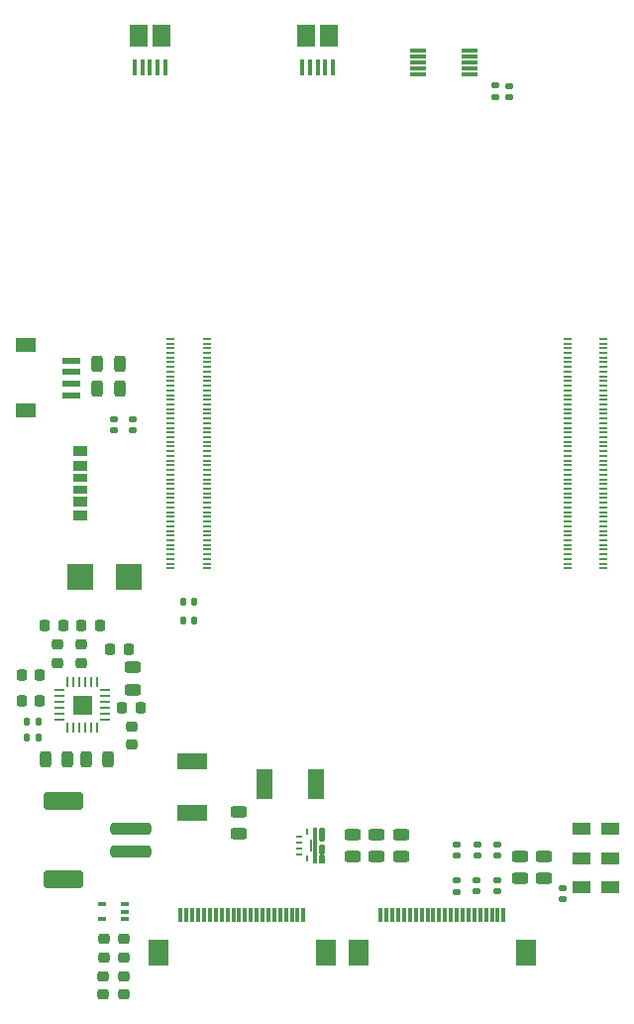
<source format=gbr>
%TF.GenerationSoftware,KiCad,Pcbnew,(5.99.0-10362-gce3a84f579)*%
%TF.CreationDate,2021-05-11T09:50:07-04:00*%
%TF.ProjectId,rpi-cm4-carrier,7270692d-636d-4342-9d63-617272696572,v01*%
%TF.SameCoordinates,Original*%
%TF.FileFunction,Paste,Top*%
%TF.FilePolarity,Positive*%
%FSLAX46Y46*%
G04 Gerber Fmt 4.6, Leading zero omitted, Abs format (unit mm)*
G04 Created by KiCad (PCBNEW (5.99.0-10362-gce3a84f579)) date 2021-05-11 09:50:07*
%MOMM*%
%LPD*%
G01*
G04 APERTURE LIST*
G04 Aperture macros list*
%AMRoundRect*
0 Rectangle with rounded corners*
0 $1 Rounding radius*
0 $2 $3 $4 $5 $6 $7 $8 $9 X,Y pos of 4 corners*
0 Add a 4 corners polygon primitive as box body*
4,1,4,$2,$3,$4,$5,$6,$7,$8,$9,$2,$3,0*
0 Add four circle primitives for the rounded corners*
1,1,$1+$1,$2,$3*
1,1,$1+$1,$4,$5*
1,1,$1+$1,$6,$7*
1,1,$1+$1,$8,$9*
0 Add four rect primitives between the rounded corners*
20,1,$1+$1,$2,$3,$4,$5,0*
20,1,$1+$1,$4,$5,$6,$7,0*
20,1,$1+$1,$6,$7,$8,$9,0*
20,1,$1+$1,$8,$9,$2,$3,0*%
G04 Aperture macros list end*
%ADD10C,0.010000*%
%ADD11C,0.152400*%
%ADD12RoundRect,0.147500X-0.172500X0.147500X-0.172500X-0.147500X0.172500X-0.147500X0.172500X0.147500X0*%
%ADD13RoundRect,0.147500X0.172500X-0.147500X0.172500X0.147500X-0.172500X0.147500X-0.172500X-0.147500X0*%
%ADD14RoundRect,0.147500X-0.147500X-0.172500X0.147500X-0.172500X0.147500X0.172500X-0.147500X0.172500X0*%
%ADD15R,0.260000X0.890000*%
%ADD16R,0.890000X0.260000*%
%ADD17RoundRect,0.243750X0.456250X-0.243750X0.456250X0.243750X-0.456250X0.243750X-0.456250X-0.243750X0*%
%ADD18R,0.300000X1.300000*%
%ADD19R,1.800000X2.200000*%
%ADD20RoundRect,0.218750X0.256250X-0.218750X0.256250X0.218750X-0.256250X0.218750X-0.256250X-0.218750X0*%
%ADD21R,0.400000X1.350000*%
%ADD22R,1.500000X1.900000*%
%ADD23R,1.550000X0.600000*%
%ADD24R,1.800000X1.200000*%
%ADD25R,2.500000X1.400000*%
%ADD26RoundRect,0.243750X-0.456250X0.243750X-0.456250X-0.243750X0.456250X-0.243750X0.456250X0.243750X0*%
%ADD27R,1.600000X1.000000*%
%ADD28R,2.209800X2.260600*%
%ADD29R,0.700000X0.200000*%
%ADD30RoundRect,0.243750X-0.243750X-0.456250X0.243750X-0.456250X0.243750X0.456250X-0.243750X0.456250X0*%
%ADD31RoundRect,0.218750X-0.218750X-0.256250X0.218750X-0.256250X0.218750X0.256250X-0.218750X0.256250X0*%
%ADD32RoundRect,0.218750X-0.256250X0.218750X-0.256250X-0.218750X0.256250X-0.218750X0.256250X0.218750X0*%
%ADD33R,1.400000X2.500000*%
%ADD34R,1.400000X0.300000*%
%ADD35RoundRect,0.243750X0.243750X0.456250X-0.243750X0.456250X-0.243750X-0.456250X0.243750X-0.456250X0*%
%ADD36R,0.650000X0.400000*%
%ADD37RoundRect,0.218750X0.218750X0.256250X-0.218750X0.256250X-0.218750X-0.256250X0.218750X-0.256250X0*%
%ADD38R,1.143000X0.889000*%
%ADD39R,1.143000X0.812800*%
%ADD40R,1.143000X0.711200*%
%ADD41R,0.439999X1.240000*%
%ADD42R,0.439999X3.039999*%
%ADD43R,0.249999X0.599999*%
%ADD44R,0.599999X0.249999*%
%ADD45R,0.439999X1.589999*%
%ADD46RoundRect,0.250000X-1.500000X0.250000X-1.500000X-0.250000X1.500000X-0.250000X1.500000X0.250000X0*%
%ADD47RoundRect,0.250001X-1.449999X0.499999X-1.449999X-0.499999X1.449999X-0.499999X1.449999X0.499999X0*%
%ADD48RoundRect,0.147500X0.147500X0.172500X-0.147500X0.172500X-0.147500X-0.172500X0.147500X-0.172500X0*%
G04 APERTURE END LIST*
D10*
%TO.C,U5*%
X116895000Y-108772000D02*
X116895000Y-110312000D01*
X116895000Y-110312000D02*
X115355000Y-110312000D01*
X115355000Y-110312000D02*
X115355000Y-108772000D01*
X115355000Y-108772000D02*
X116895000Y-108772000D01*
G36*
X116895000Y-110312000D02*
G01*
X115355000Y-110312000D01*
X115355000Y-108772000D01*
X116895000Y-108772000D01*
X116895000Y-110312000D01*
G37*
X116895000Y-110312000D02*
X115355000Y-110312000D01*
X115355000Y-108772000D01*
X116895000Y-108772000D01*
X116895000Y-110312000D01*
D11*
%TO.C,U4*%
X136778001Y-121525000D02*
X136478001Y-121525000D01*
X136778001Y-122174999D02*
X136778001Y-121525000D01*
X136777998Y-122975000D02*
X136777998Y-122375001D01*
X136478001Y-122174999D02*
X136778001Y-122174999D01*
X136478001Y-121024998D02*
X136778001Y-121024998D01*
X136777998Y-122375001D02*
X136477999Y-122375001D01*
X135728000Y-121037000D02*
X135728000Y-122011999D01*
X136477999Y-122375001D02*
X136477999Y-122975000D01*
X136477999Y-122975000D02*
X136777998Y-122975000D01*
X136478001Y-121525000D02*
X136478001Y-122174999D01*
X136778001Y-121024998D02*
X136778001Y-120075000D01*
X136478001Y-120075000D02*
X136478001Y-121024998D01*
X136778001Y-120075000D02*
X136478001Y-120075000D01*
%TD*%
D12*
%TO.C,R10*%
X157175000Y-125190000D03*
X157175000Y-126160000D03*
%TD*%
D13*
%TO.C,R11*%
X120455000Y-86110000D03*
X120455000Y-85140000D03*
%TD*%
D14*
%TO.C,R17*%
X111415000Y-112292000D03*
X112385000Y-112292000D03*
%TD*%
D15*
%TO.C,U5*%
X117375000Y-107602000D03*
X116875000Y-107602000D03*
X116375000Y-107602000D03*
X115875000Y-107602000D03*
X115375000Y-107602000D03*
X114875000Y-107602000D03*
D16*
X114185000Y-108292000D03*
X114185000Y-108792000D03*
X114185000Y-109292000D03*
X114185000Y-109792000D03*
X114185000Y-110292000D03*
X114185000Y-110792000D03*
D15*
X114875000Y-111482000D03*
X115375000Y-111482000D03*
X115875000Y-111482000D03*
X116375000Y-111482000D03*
X116875000Y-111482000D03*
X117375000Y-111482000D03*
D16*
X118065000Y-110792000D03*
X118065000Y-110292000D03*
X118065000Y-109792000D03*
X118065000Y-109292000D03*
X118065000Y-108792000D03*
X118065000Y-108292000D03*
%TD*%
D17*
%TO.C,C10*%
X139233000Y-122512500D03*
X139233000Y-120637500D03*
%TD*%
D12*
%TO.C,C4*%
X149870000Y-124515000D03*
X149870000Y-125485000D03*
%TD*%
%TO.C,R7*%
X152650000Y-56665000D03*
X152650000Y-57635000D03*
%TD*%
D17*
%TO.C,C13*%
X143383000Y-122512500D03*
X143383000Y-120637500D03*
%TD*%
D18*
%TO.C,J5*%
X124550000Y-127450000D03*
X125050000Y-127450000D03*
X125550000Y-127450000D03*
X126050000Y-127450000D03*
X126550000Y-127450000D03*
X127050000Y-127450000D03*
X127550000Y-127450000D03*
X128050000Y-127450000D03*
X128550000Y-127450000D03*
X129050000Y-127450000D03*
X129550000Y-127450000D03*
X130050000Y-127450000D03*
X130550000Y-127450000D03*
X131050000Y-127450000D03*
X131550000Y-127450000D03*
X132050000Y-127450000D03*
X132550000Y-127450000D03*
X133050000Y-127450000D03*
X133550000Y-127450000D03*
X134050000Y-127450000D03*
X134550000Y-127450000D03*
X135050000Y-127450000D03*
D19*
X136950000Y-130700000D03*
X122650000Y-130700000D03*
%TD*%
D20*
%TO.C,C15*%
X120375000Y-112937500D03*
X120375000Y-111362500D03*
%TD*%
D13*
%TO.C,C7*%
X149895000Y-122410000D03*
X149895000Y-121440000D03*
%TD*%
D21*
%TO.C,J6*%
X123225000Y-55102500D03*
X122575000Y-55102500D03*
X121925000Y-55102500D03*
X121275000Y-55102500D03*
X120625000Y-55102500D03*
D22*
X120925000Y-52402500D03*
X122925000Y-52402500D03*
%TD*%
D23*
%TO.C,J2*%
X115175000Y-80125000D03*
X115175000Y-81125000D03*
X115175000Y-82125000D03*
X115175000Y-83125000D03*
D24*
X111300000Y-78825000D03*
X111300000Y-84425000D03*
%TD*%
D25*
%TO.C,L2*%
X125525000Y-114400001D03*
X125525000Y-118799999D03*
%TD*%
D20*
%TO.C,R4*%
X119675000Y-131100000D03*
X119675000Y-129525000D03*
%TD*%
%TO.C,R1*%
X118000000Y-131100000D03*
X118000000Y-129525000D03*
%TD*%
D26*
%TO.C,C1*%
X155600000Y-122475000D03*
X155600000Y-124350000D03*
%TD*%
D27*
%TO.C,S1*%
X158825000Y-125127500D03*
X161225000Y-125127500D03*
X158825000Y-122627500D03*
X161225000Y-122627500D03*
X158825000Y-120127500D03*
X161225000Y-120127500D03*
%TD*%
D28*
%TO.C,CR1*%
X120094700Y-98575000D03*
X116005300Y-98575000D03*
%TD*%
D29*
%TO.C,Module1*%
X123700000Y-78275000D03*
X126780000Y-78275000D03*
X123700000Y-78675000D03*
X126780000Y-78675000D03*
X123700000Y-79075000D03*
X126780000Y-79075000D03*
X123700000Y-79475000D03*
X126780000Y-79475000D03*
X123700000Y-79875000D03*
X126780000Y-79875000D03*
X123700000Y-80275000D03*
X126780000Y-80275000D03*
X123700000Y-80675000D03*
X126780000Y-80675000D03*
X123700000Y-81075000D03*
X126780000Y-81075000D03*
X123700000Y-81475000D03*
X126780000Y-81475000D03*
X123700000Y-81875000D03*
X126780000Y-81875000D03*
X123700000Y-82275000D03*
X126780000Y-82275000D03*
X123700000Y-82675000D03*
X126780000Y-82675000D03*
X123700000Y-83075000D03*
X126780000Y-83075000D03*
X123700000Y-83475000D03*
X126780000Y-83475000D03*
X123700000Y-83875000D03*
X126780000Y-83875000D03*
X123700000Y-84275000D03*
X126780000Y-84275000D03*
X123700000Y-84675000D03*
X126780000Y-84675000D03*
X123700000Y-85075000D03*
X126780000Y-85075000D03*
X123700000Y-85475000D03*
X126780000Y-85475000D03*
X123700000Y-85875000D03*
X126780000Y-85875000D03*
X123700000Y-86275000D03*
X126780000Y-86275000D03*
X123700000Y-86675000D03*
X126780000Y-86675000D03*
X123700000Y-87075000D03*
X126780000Y-87075000D03*
X123700000Y-87475000D03*
X126780000Y-87475000D03*
X123700000Y-87875000D03*
X126780000Y-87875000D03*
X123700000Y-88275000D03*
X126780000Y-88275000D03*
X123700000Y-88675000D03*
X126780000Y-88675000D03*
X123700000Y-89075000D03*
X126780000Y-89075000D03*
X123700000Y-89475000D03*
X126780000Y-89475000D03*
X123700000Y-89875000D03*
X126780000Y-89875000D03*
X123700000Y-90275000D03*
X126780000Y-90275000D03*
X123700000Y-90675000D03*
X126780000Y-90675000D03*
X123700000Y-91075000D03*
X126780000Y-91075000D03*
X123700000Y-91475000D03*
X126780000Y-91475000D03*
X123700000Y-91875000D03*
X126780000Y-91875000D03*
X123700000Y-92275000D03*
X126780000Y-92275000D03*
X123700000Y-92675000D03*
X126780000Y-92675000D03*
X123700000Y-93075000D03*
X126780000Y-93075000D03*
X123700000Y-93475000D03*
X126780000Y-93475000D03*
X123700000Y-93875000D03*
X126780000Y-93875000D03*
X123700000Y-94275000D03*
X126780000Y-94275000D03*
X123700000Y-94675000D03*
X126780000Y-94675000D03*
X123700000Y-95075000D03*
X126780000Y-95075000D03*
X123700000Y-95475000D03*
X126780000Y-95475000D03*
X123700000Y-95875000D03*
X126780000Y-95875000D03*
X123700000Y-96275000D03*
X126780000Y-96275000D03*
X123700000Y-96675000D03*
X126780000Y-96675000D03*
X123700000Y-97075000D03*
X126780000Y-97075000D03*
X123700000Y-97475000D03*
X126780000Y-97475000D03*
X123700000Y-97875000D03*
X126780000Y-97875000D03*
X157620000Y-78275000D03*
X160700000Y-78275000D03*
X157620000Y-78675000D03*
X160700000Y-78675000D03*
X157620000Y-79075000D03*
X160700000Y-79075000D03*
X157620000Y-79475000D03*
X160700000Y-79475000D03*
X157620000Y-79875000D03*
X160700000Y-79875000D03*
X157620000Y-80275000D03*
X160700000Y-80275000D03*
X157620000Y-80675000D03*
X160700000Y-80675000D03*
X157620000Y-81075000D03*
X160700000Y-81075000D03*
X157620000Y-81475000D03*
X160700000Y-81475000D03*
X157620000Y-81875000D03*
X160700000Y-81875000D03*
X157620000Y-82275000D03*
X160700000Y-82275000D03*
X157620000Y-82675000D03*
X160700000Y-82675000D03*
X157620000Y-83075000D03*
X160700000Y-83075000D03*
X157620000Y-83475000D03*
X160700000Y-83475000D03*
X157620000Y-83875000D03*
X160700000Y-83875000D03*
X157620000Y-84275000D03*
X160700000Y-84275000D03*
X157620000Y-84675000D03*
X160700000Y-84675000D03*
X157620000Y-85075000D03*
X160700000Y-85075000D03*
X157620000Y-85475000D03*
X160700000Y-85475000D03*
X157620000Y-85875000D03*
X160700000Y-85875000D03*
X157620000Y-86275000D03*
X160700000Y-86275000D03*
X157620000Y-86675000D03*
X160700000Y-86675000D03*
X157620000Y-87075000D03*
X160700000Y-87075000D03*
X157620000Y-87475000D03*
X160700000Y-87475000D03*
X157620000Y-87875000D03*
X160700000Y-87875000D03*
X157620000Y-88275000D03*
X160700000Y-88275000D03*
X157620000Y-88675000D03*
X160700000Y-88675000D03*
X157620000Y-89075000D03*
X160700000Y-89075000D03*
X157620000Y-89475000D03*
X160700000Y-89475000D03*
X157620000Y-89875000D03*
X160700000Y-89875000D03*
X157620000Y-90275000D03*
X160700000Y-90275000D03*
X157620000Y-90675000D03*
X160700000Y-90675000D03*
X157620000Y-91075000D03*
X160700000Y-91075000D03*
X157620000Y-91475000D03*
X160700000Y-91475000D03*
X157620000Y-91875000D03*
X160700000Y-91875000D03*
X157620000Y-92275000D03*
X160700000Y-92275000D03*
X157620000Y-92675000D03*
X160700000Y-92675000D03*
X157620000Y-93075000D03*
X160700000Y-93075000D03*
X157620000Y-93475000D03*
X160700000Y-93475000D03*
X157620000Y-93875000D03*
X160700000Y-93875000D03*
X157620000Y-94275000D03*
X160700000Y-94275000D03*
X157620000Y-94675000D03*
X160700000Y-94675000D03*
X157620000Y-95075000D03*
X160700000Y-95075000D03*
X157620000Y-95475000D03*
X160700000Y-95475000D03*
X157620000Y-95875000D03*
X160700000Y-95875000D03*
X157620000Y-96275000D03*
X160700000Y-96275000D03*
X157620000Y-96675000D03*
X160700000Y-96675000D03*
X157620000Y-97075000D03*
X160700000Y-97075000D03*
X157620000Y-97475000D03*
X160700000Y-97475000D03*
X157620000Y-97875000D03*
X160700000Y-97875000D03*
%TD*%
D30*
%TO.C,C18*%
X116462500Y-114150000D03*
X118337500Y-114150000D03*
%TD*%
D26*
%TO.C,C9*%
X129550000Y-118687500D03*
X129550000Y-120562500D03*
%TD*%
D31*
%TO.C,R12*%
X110937500Y-107000000D03*
X112512500Y-107000000D03*
%TD*%
D13*
%TO.C,R9*%
X118880000Y-86110000D03*
X118880000Y-85140000D03*
%TD*%
D31*
%TO.C,C11*%
X118512500Y-104792000D03*
X120087500Y-104792000D03*
%TD*%
D32*
%TO.C,D2*%
X119675000Y-132700000D03*
X119675000Y-134275000D03*
%TD*%
D33*
%TO.C,L1*%
X131725001Y-116300000D03*
X136124999Y-116300000D03*
%TD*%
D34*
%TO.C,U2*%
X149264400Y-55675000D03*
X149264400Y-55175000D03*
X149264400Y-54675000D03*
X149264400Y-54175000D03*
X149264400Y-53675000D03*
X144864400Y-53675000D03*
X144864400Y-54175000D03*
X144864400Y-54675000D03*
X144864400Y-55175000D03*
X144864400Y-55675000D03*
%TD*%
D32*
%TO.C,R14*%
X116050000Y-104362500D03*
X116050000Y-105937500D03*
%TD*%
D18*
%TO.C,J3*%
X141650000Y-127450000D03*
X142150000Y-127450000D03*
X142650000Y-127450000D03*
X143150000Y-127450000D03*
X143650000Y-127450000D03*
X144150000Y-127450000D03*
X144650000Y-127450000D03*
X145150000Y-127450000D03*
X145650000Y-127450000D03*
X146150000Y-127450000D03*
X146650000Y-127450000D03*
X147150000Y-127450000D03*
X147650000Y-127450000D03*
X148150000Y-127450000D03*
X148650000Y-127450000D03*
X149150000Y-127450000D03*
X149650000Y-127450000D03*
X150150000Y-127450000D03*
X150650000Y-127450000D03*
X151150000Y-127450000D03*
X151650000Y-127450000D03*
X152150000Y-127450000D03*
D19*
X139750000Y-130700000D03*
X154050000Y-130700000D03*
%TD*%
D35*
%TO.C,R2*%
X119312500Y-80400000D03*
X117437500Y-80400000D03*
%TD*%
D31*
%TO.C,R13*%
X110962500Y-109175000D03*
X112537500Y-109175000D03*
%TD*%
D35*
%TO.C,C17*%
X114862500Y-114150000D03*
X112987500Y-114150000D03*
%TD*%
D12*
%TO.C,C3*%
X151580000Y-124515000D03*
X151580000Y-125485000D03*
%TD*%
D35*
%TO.C,R3*%
X119312500Y-82525000D03*
X117437500Y-82525000D03*
%TD*%
D13*
%TO.C,C6*%
X148175000Y-122422500D03*
X148175000Y-121452500D03*
%TD*%
D14*
%TO.C,R6*%
X124765000Y-102375000D03*
X125735000Y-102375000D03*
%TD*%
D36*
%TO.C,U1*%
X119750000Y-127862500D03*
X119750000Y-127212500D03*
X119750000Y-126562500D03*
X117850000Y-126562500D03*
X117850000Y-127862500D03*
%TD*%
D13*
%TO.C,R8*%
X151475000Y-57610000D03*
X151475000Y-56640000D03*
%TD*%
D32*
%TO.C,D1*%
X117950000Y-132700000D03*
X117950000Y-134275000D03*
%TD*%
D12*
%TO.C,C5*%
X148150000Y-124527500D03*
X148150000Y-125497500D03*
%TD*%
D13*
%TO.C,C8*%
X151580000Y-122410000D03*
X151580000Y-121440000D03*
%TD*%
D37*
%TO.C,D4*%
X114512500Y-102800000D03*
X112937500Y-102800000D03*
%TD*%
D17*
%TO.C,C14*%
X120425000Y-108229500D03*
X120425000Y-106354500D03*
%TD*%
D32*
%TO.C,R15*%
X114000000Y-104362500D03*
X114000000Y-105937500D03*
%TD*%
D38*
%TO.C,J8*%
X115949401Y-93400000D03*
D39*
X115949401Y-92170000D03*
D40*
X115949401Y-91149999D03*
X115949401Y-90150001D03*
D39*
X115949401Y-89130000D03*
D38*
X115949401Y-87900000D03*
%TD*%
D14*
%TO.C,R5*%
X124765000Y-100725000D03*
X125735000Y-100725000D03*
%TD*%
D41*
%TO.C,U4*%
X136628001Y-120624999D03*
D42*
X136028000Y-121525000D03*
D43*
X135383000Y-120375000D03*
D44*
X134708000Y-120774999D03*
X134708000Y-121275000D03*
X134708000Y-121775000D03*
X134708000Y-122274998D03*
D43*
X135383000Y-122675000D03*
D45*
X136628001Y-122250000D03*
%TD*%
D17*
%TO.C,C12*%
X141308000Y-122512500D03*
X141308000Y-120637500D03*
%TD*%
D31*
%TO.C,D3*%
X116062500Y-102800000D03*
X117637500Y-102800000D03*
%TD*%
D21*
%TO.C,J7*%
X137550000Y-55077500D03*
X136900000Y-55077500D03*
X136250000Y-55077500D03*
X135600000Y-55077500D03*
X134950000Y-55077500D03*
D22*
X135250000Y-52377500D03*
X137250000Y-52377500D03*
%TD*%
D26*
%TO.C,C2*%
X153600000Y-122475000D03*
X153600000Y-124350000D03*
%TD*%
D46*
%TO.C,B1*%
X120275000Y-122075000D03*
X120275000Y-120075000D03*
D47*
X114525000Y-124425000D03*
X114525000Y-117725000D03*
%TD*%
D31*
%TO.C,C16*%
X119562500Y-109792000D03*
X121137500Y-109792000D03*
%TD*%
D48*
%TO.C,R16*%
X112385000Y-110975000D03*
X111415000Y-110975000D03*
%TD*%
M02*

</source>
